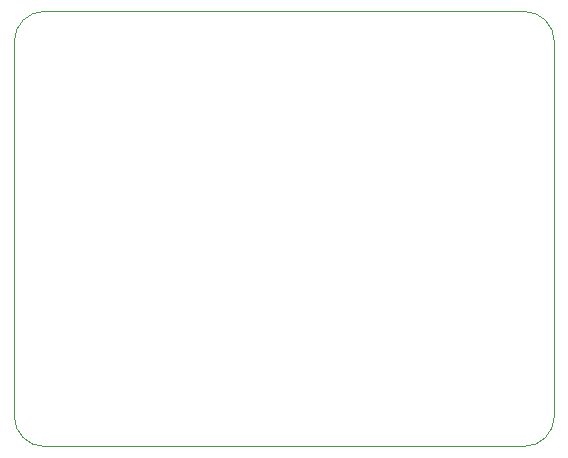
<source format=gbr>
%TF.GenerationSoftware,KiCad,Pcbnew,(5.1.10-1-10_14)*%
%TF.CreationDate,2021-11-08T15:02:55+08:00*%
%TF.ProjectId,Pragmatic,50726167-6d61-4746-9963-2e6b69636164,V0.1*%
%TF.SameCoordinates,Original*%
%TF.FileFunction,Profile,NP*%
%FSLAX46Y46*%
G04 Gerber Fmt 4.6, Leading zero omitted, Abs format (unit mm)*
G04 Created by KiCad (PCBNEW (5.1.10-1-10_14)) date 2021-11-08 15:02:55*
%MOMM*%
%LPD*%
G01*
G04 APERTURE LIST*
%TA.AperFunction,Profile*%
%ADD10C,0.120000*%
%TD*%
G04 APERTURE END LIST*
D10*
X160020000Y-44450000D02*
G75*
G02*
X162560000Y-46990000I0J-2540000D01*
G01*
X162560000Y-78740000D02*
G75*
G02*
X160020000Y-81280000I-2540000J0D01*
G01*
X116840000Y-46990000D02*
G75*
G02*
X119380000Y-44450000I2540000J0D01*
G01*
X116840000Y-78740000D02*
X116840000Y-46990000D01*
X119380000Y-81280000D02*
G75*
G02*
X116840000Y-78740000I0J2540000D01*
G01*
X160020000Y-81280000D02*
X119380000Y-81280000D01*
X162560000Y-46990000D02*
X162560000Y-78740000D01*
X119380000Y-44450000D02*
X160020000Y-44450000D01*
M02*

</source>
